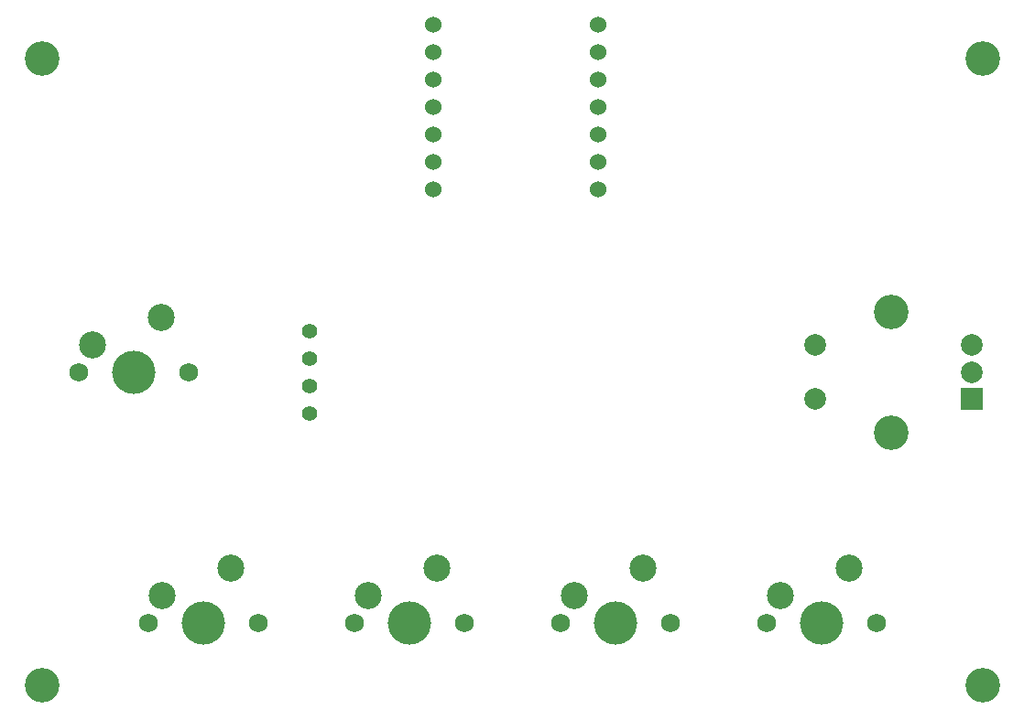
<source format=gbs>
%TF.GenerationSoftware,KiCad,Pcbnew,9.0.7*%
%TF.CreationDate,2026-01-03T15:51:30+01:00*%
%TF.ProjectId,Hackpad,4861636b-7061-4642-9e6b-696361645f70,rev?*%
%TF.SameCoordinates,Original*%
%TF.FileFunction,Soldermask,Bot*%
%TF.FilePolarity,Negative*%
%FSLAX46Y46*%
G04 Gerber Fmt 4.6, Leading zero omitted, Abs format (unit mm)*
G04 Created by KiCad (PCBNEW 9.0.7) date 2026-01-03 15:51:30*
%MOMM*%
%LPD*%
G01*
G04 APERTURE LIST*
%ADD10C,1.400000*%
%ADD11C,1.750000*%
%ADD12C,4.000000*%
%ADD13C,2.500000*%
%ADD14C,3.200000*%
%ADD15R,2.000000X2.000000*%
%ADD16C,2.000000*%
%ADD17C,1.524000*%
G04 APERTURE END LIST*
D10*
%TO.C,OL1*%
X95750000Y-99190000D03*
X95750000Y-101730000D03*
X95750000Y-104270000D03*
X95750000Y-106810000D03*
%TD*%
D11*
%TO.C,SW2*%
X99895000Y-126206250D03*
D12*
X104975000Y-126206250D03*
D11*
X110055000Y-126206250D03*
D13*
X101165000Y-123666250D03*
X107515000Y-121126250D03*
%TD*%
D14*
%TO.C,REF\u002A\u002A*%
X71000000Y-74000000D03*
%TD*%
D11*
%TO.C,SW1*%
X80845000Y-126206250D03*
D12*
X85925000Y-126206250D03*
D11*
X91005000Y-126206250D03*
D13*
X82115000Y-123666250D03*
X88465000Y-121126250D03*
%TD*%
D15*
%TO.C,SW6*%
X157000000Y-105500000D03*
D16*
X157000000Y-100500000D03*
X157000000Y-103000000D03*
D14*
X149500000Y-108600000D03*
X149500000Y-97400000D03*
D16*
X142500000Y-100500000D03*
X142500000Y-105500000D03*
%TD*%
D14*
%TO.C,REF\u002A\u002A*%
X158000000Y-74000000D03*
%TD*%
D17*
%TO.C,U1*%
X107220000Y-70880000D03*
X107220000Y-73420000D03*
X107220000Y-75960000D03*
X107220000Y-78500000D03*
X107220000Y-81040000D03*
X107220000Y-83580000D03*
X107220000Y-86120000D03*
X122460000Y-86120000D03*
X122460000Y-83580000D03*
X122460000Y-81040000D03*
X122460000Y-78500000D03*
X122460000Y-75960000D03*
X122460000Y-73420000D03*
X122460000Y-70880000D03*
%TD*%
D14*
%TO.C,REF\u002A\u002A*%
X158000000Y-132000000D03*
%TD*%
D11*
%TO.C,SW5*%
X74420000Y-103000000D03*
D12*
X79500000Y-103000000D03*
D11*
X84580000Y-103000000D03*
D13*
X75690000Y-100460000D03*
X82040000Y-97920000D03*
%TD*%
D11*
%TO.C,SW4*%
X137995000Y-126206250D03*
D12*
X143075000Y-126206250D03*
D11*
X148155000Y-126206250D03*
D13*
X139265000Y-123666250D03*
X145615000Y-121126250D03*
%TD*%
D14*
%TO.C,REF\u002A\u002A*%
X71000000Y-132000000D03*
%TD*%
D11*
%TO.C,SW3*%
X118945000Y-126206250D03*
D12*
X124025000Y-126206250D03*
D11*
X129105000Y-126206250D03*
D13*
X120215000Y-123666250D03*
X126565000Y-121126250D03*
%TD*%
M02*

</source>
